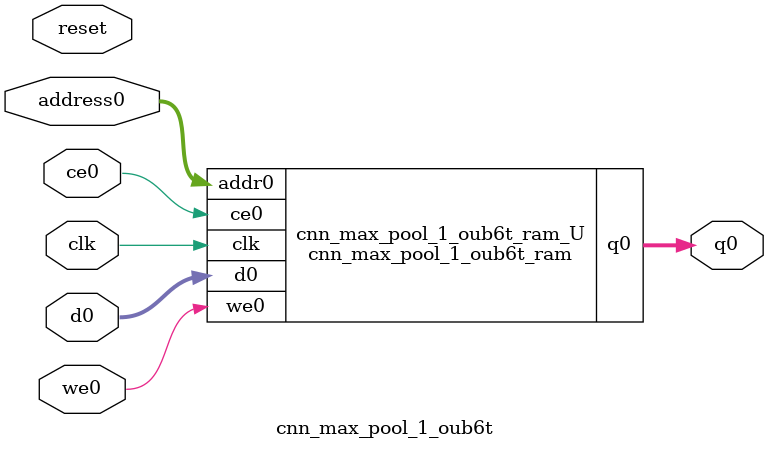
<source format=v>
`timescale 1 ns / 1 ps
module cnn_max_pool_1_oub6t_ram (addr0, ce0, d0, we0, q0,  clk);

parameter DWIDTH = 14;
parameter AWIDTH = 7;
parameter MEM_SIZE = 78;

input[AWIDTH-1:0] addr0;
input ce0;
input[DWIDTH-1:0] d0;
input we0;
output reg[DWIDTH-1:0] q0;
input clk;

(* ram_style = "block" *)reg [DWIDTH-1:0] ram[0:MEM_SIZE-1];




always @(posedge clk)  
begin 
    if (ce0) 
    begin
        if (we0) 
        begin 
            ram[addr0] <= d0; 
        end 
        q0 <= ram[addr0];
    end
end


endmodule

`timescale 1 ns / 1 ps
module cnn_max_pool_1_oub6t(
    reset,
    clk,
    address0,
    ce0,
    we0,
    d0,
    q0);

parameter DataWidth = 32'd14;
parameter AddressRange = 32'd78;
parameter AddressWidth = 32'd7;
input reset;
input clk;
input[AddressWidth - 1:0] address0;
input ce0;
input we0;
input[DataWidth - 1:0] d0;
output[DataWidth - 1:0] q0;



cnn_max_pool_1_oub6t_ram cnn_max_pool_1_oub6t_ram_U(
    .clk( clk ),
    .addr0( address0 ),
    .ce0( ce0 ),
    .we0( we0 ),
    .d0( d0 ),
    .q0( q0 ));

endmodule


</source>
